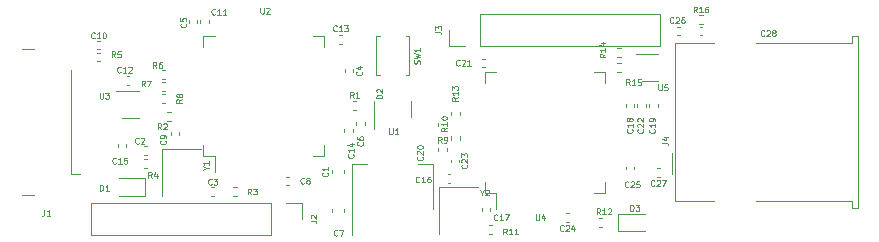
<source format=gbr>
G04 #@! TF.GenerationSoftware,KiCad,Pcbnew,5.1.6-c6e7f7d~87~ubuntu18.04.1*
G04 #@! TF.CreationDate,2021-03-10T22:13:46+06:00*
G04 #@! TF.ProjectId,USG_plus_LQFP,5553475f-706c-4757-935f-4c5146502e6b,rev?*
G04 #@! TF.SameCoordinates,Original*
G04 #@! TF.FileFunction,Legend,Top*
G04 #@! TF.FilePolarity,Positive*
%FSLAX46Y46*%
G04 Gerber Fmt 4.6, Leading zero omitted, Abs format (unit mm)*
G04 Created by KiCad (PCBNEW 5.1.6-c6e7f7d~87~ubuntu18.04.1) date 2021-03-10 22:13:46*
%MOMM*%
%LPD*%
G01*
G04 APERTURE LIST*
%ADD10C,0.120000*%
%ADD11C,0.100000*%
G04 APERTURE END LIST*
D10*
X116340000Y-142910000D02*
X116340000Y-144250000D01*
X115390000Y-142910000D02*
X116340000Y-142910000D01*
X115390000Y-141960000D02*
X115390000Y-142910000D01*
X115390000Y-132690000D02*
X116340000Y-132690000D01*
X115390000Y-133640000D02*
X115390000Y-132690000D01*
X125610000Y-142910000D02*
X124660000Y-142910000D01*
X125610000Y-141960000D02*
X125610000Y-142910000D01*
X125610000Y-132690000D02*
X124660000Y-132690000D01*
X125610000Y-133640000D02*
X125610000Y-132690000D01*
X126290000Y-144340580D02*
X126290000Y-144059420D01*
X127310000Y-144340580D02*
X127310000Y-144059420D01*
X127310000Y-147359420D02*
X127310000Y-147640580D01*
X126290000Y-147359420D02*
X126290000Y-147640580D01*
X108200000Y-146235000D02*
X110485000Y-146235000D01*
X110485000Y-146235000D02*
X110485000Y-144765000D01*
X110485000Y-144765000D02*
X108200000Y-144765000D01*
X132960000Y-138900000D02*
X132960000Y-138250000D01*
X132960000Y-138900000D02*
X132960000Y-139550000D01*
X129840000Y-138900000D02*
X129840000Y-138250000D01*
X129840000Y-138900000D02*
X129840000Y-140575000D01*
X150515000Y-149235000D02*
X152800000Y-149235000D01*
X150515000Y-147765000D02*
X150515000Y-149235000D01*
X152800000Y-147765000D02*
X150515000Y-147765000D01*
X104220000Y-144400000D02*
X104220000Y-135600000D01*
X101050000Y-146145000D02*
X100000000Y-146145000D01*
X101050000Y-133855000D02*
X100000000Y-133855000D01*
X104220000Y-144400000D02*
X104975000Y-144400000D01*
X123730000Y-146870000D02*
X123730000Y-148200000D01*
X122400000Y-146870000D02*
X123730000Y-146870000D01*
X121130000Y-146870000D02*
X121130000Y-149530000D01*
X121130000Y-149530000D02*
X105830000Y-149530000D01*
X121130000Y-146870000D02*
X105830000Y-146870000D01*
X105830000Y-146870000D02*
X105830000Y-149530000D01*
X154070000Y-133530000D02*
X154070000Y-130870000D01*
X138770000Y-133530000D02*
X154070000Y-133530000D01*
X138770000Y-130870000D02*
X154070000Y-130870000D01*
X138770000Y-133530000D02*
X138770000Y-130870000D01*
X137500000Y-133530000D02*
X136170000Y-133530000D01*
X136170000Y-133530000D02*
X136170000Y-132200000D01*
X170280000Y-146660000D02*
X162170000Y-146660000D01*
X170280000Y-146660000D02*
X170280000Y-147310000D01*
X155320000Y-146660000D02*
X155320000Y-133340000D01*
X155320000Y-146660000D02*
X158650000Y-146660000D01*
X155320000Y-133340000D02*
X158650000Y-133340000D01*
X170800000Y-132690000D02*
X170280000Y-132690000D01*
X170800000Y-147310000D02*
X170800000Y-132690000D01*
X162170000Y-133340000D02*
X170280000Y-133340000D01*
X170280000Y-147310000D02*
X170800000Y-147310000D01*
X170280000Y-132690000D02*
X170280000Y-133340000D01*
X155100000Y-144400000D02*
X155100000Y-142600000D01*
X132500000Y-136050000D02*
X132800000Y-136050000D01*
X132800000Y-136050000D02*
X132800000Y-132750000D01*
X132800000Y-132750000D02*
X132500000Y-132750000D01*
X130300000Y-136050000D02*
X130000000Y-136050000D01*
X130000000Y-136050000D02*
X130000000Y-132750000D01*
X130000000Y-132750000D02*
X130300000Y-132750000D01*
X134810000Y-143590000D02*
X133550000Y-143590000D01*
X127990000Y-143590000D02*
X129250000Y-143590000D01*
X134810000Y-147350000D02*
X134810000Y-143590000D01*
X127990000Y-149600000D02*
X127990000Y-143590000D01*
X109900000Y-137340000D02*
X108000000Y-137340000D01*
X108500000Y-139660000D02*
X109900000Y-139660000D01*
X149410000Y-136740000D02*
X149410000Y-135790000D01*
X149410000Y-135790000D02*
X148460000Y-135790000D01*
X149410000Y-145060000D02*
X149410000Y-146010000D01*
X149410000Y-146010000D02*
X148460000Y-146010000D01*
X139190000Y-136740000D02*
X139190000Y-135790000D01*
X139190000Y-135790000D02*
X140140000Y-135790000D01*
X139190000Y-145060000D02*
X139190000Y-146010000D01*
X139190000Y-146010000D02*
X140140000Y-146010000D01*
X140140000Y-146010000D02*
X140140000Y-147350000D01*
X152500000Y-136560000D02*
X153900000Y-136560000D01*
X153900000Y-134240000D02*
X152000000Y-134240000D01*
X111850000Y-142300000D02*
X111850000Y-146300000D01*
X115150000Y-142300000D02*
X111850000Y-142300000D01*
X138650000Y-145500000D02*
X135350000Y-145500000D01*
X135350000Y-145500000D02*
X135350000Y-149500000D01*
X110607836Y-142760000D02*
X110392164Y-142760000D01*
X110607836Y-142040000D02*
X110392164Y-142040000D01*
X116257836Y-145540000D02*
X116042164Y-145540000D01*
X116257836Y-146260000D02*
X116042164Y-146260000D01*
X127340000Y-135552164D02*
X127340000Y-135767836D01*
X128060000Y-135552164D02*
X128060000Y-135767836D01*
X114860000Y-131607836D02*
X114860000Y-131392164D01*
X114140000Y-131607836D02*
X114140000Y-131392164D01*
X129040000Y-140227836D02*
X129040000Y-140012164D01*
X128320000Y-140227836D02*
X128320000Y-140012164D01*
X122607836Y-144640000D02*
X122392164Y-144640000D01*
X122607836Y-145360000D02*
X122392164Y-145360000D01*
X112640000Y-141107836D02*
X112640000Y-140892164D01*
X113360000Y-141107836D02*
X113360000Y-140892164D01*
X106392164Y-133140000D02*
X106607836Y-133140000D01*
X106392164Y-133860000D02*
X106607836Y-133860000D01*
X115860000Y-131607836D02*
X115860000Y-131392164D01*
X115140000Y-131607836D02*
X115140000Y-131392164D01*
X109107836Y-136140000D02*
X108892164Y-136140000D01*
X109107836Y-136860000D02*
X108892164Y-136860000D01*
X126892164Y-132640000D02*
X127107836Y-132640000D01*
X126892164Y-133360000D02*
X127107836Y-133360000D01*
X127320000Y-140612164D02*
X127320000Y-140827836D01*
X128040000Y-140612164D02*
X128040000Y-140827836D01*
X108140000Y-142107836D02*
X108140000Y-141892164D01*
X108860000Y-142107836D02*
X108860000Y-141892164D01*
X136092164Y-144440000D02*
X136307836Y-144440000D01*
X136092164Y-145160000D02*
X136307836Y-145160000D01*
X138940000Y-147507836D02*
X138940000Y-147292164D01*
X139660000Y-147507836D02*
X139660000Y-147292164D01*
X151140000Y-138492164D02*
X151140000Y-138707836D01*
X151860000Y-138492164D02*
X151860000Y-138707836D01*
X153140000Y-138492164D02*
X153140000Y-138707836D01*
X153860000Y-138492164D02*
X153860000Y-138707836D01*
X136000000Y-142417836D02*
X136000000Y-142202164D01*
X135280000Y-142417836D02*
X135280000Y-142202164D01*
X139207836Y-135360000D02*
X138992164Y-135360000D01*
X139207836Y-134640000D02*
X138992164Y-134640000D01*
X152140000Y-138492164D02*
X152140000Y-138707836D01*
X152860000Y-138492164D02*
X152860000Y-138707836D01*
X136340000Y-143407836D02*
X136340000Y-143192164D01*
X137060000Y-143407836D02*
X137060000Y-143192164D01*
X146307836Y-147740000D02*
X146092164Y-147740000D01*
X146307836Y-148460000D02*
X146092164Y-148460000D01*
X151860000Y-143792164D02*
X151860000Y-144007836D01*
X151140000Y-143792164D02*
X151140000Y-144007836D01*
X155492164Y-131940000D02*
X155707836Y-131940000D01*
X155492164Y-132660000D02*
X155707836Y-132660000D01*
X154007836Y-144660000D02*
X153792164Y-144660000D01*
X154007836Y-143940000D02*
X153792164Y-143940000D01*
X157607836Y-132660000D02*
X157392164Y-132660000D01*
X157607836Y-131940000D02*
X157392164Y-131940000D01*
X128333641Y-138240000D02*
X128026359Y-138240000D01*
X128333641Y-139000000D02*
X128026359Y-139000000D01*
X112643641Y-139120000D02*
X112336359Y-139120000D01*
X112643641Y-139880000D02*
X112336359Y-139880000D01*
X118193641Y-145530000D02*
X117886359Y-145530000D01*
X118193641Y-146290000D02*
X117886359Y-146290000D01*
X110653641Y-143880000D02*
X110346359Y-143880000D01*
X110653641Y-143120000D02*
X110346359Y-143120000D01*
X106653641Y-134880000D02*
X106346359Y-134880000D01*
X106653641Y-134120000D02*
X106346359Y-134120000D01*
X111846359Y-135620000D02*
X112153641Y-135620000D01*
X111846359Y-136380000D02*
X112153641Y-136380000D01*
X112153641Y-136620000D02*
X111846359Y-136620000D01*
X112153641Y-137380000D02*
X111846359Y-137380000D01*
X112153641Y-138380000D02*
X111846359Y-138380000D01*
X112153641Y-137620000D02*
X111846359Y-137620000D01*
X136020000Y-140373641D02*
X136020000Y-140066359D01*
X135260000Y-140373641D02*
X135260000Y-140066359D01*
X137080000Y-141503641D02*
X137080000Y-141196359D01*
X136320000Y-141503641D02*
X136320000Y-141196359D01*
X139853641Y-148720000D02*
X139546359Y-148720000D01*
X139853641Y-149480000D02*
X139546359Y-149480000D01*
X148846359Y-148120000D02*
X149153641Y-148120000D01*
X148846359Y-148880000D02*
X149153641Y-148880000D01*
X136320000Y-139146359D02*
X136320000Y-139453641D01*
X137080000Y-139146359D02*
X137080000Y-139453641D01*
X150753641Y-133730000D02*
X150446359Y-133730000D01*
X150753641Y-134490000D02*
X150446359Y-134490000D01*
X150753641Y-135750000D02*
X150446359Y-135750000D01*
X150753641Y-134990000D02*
X150446359Y-134990000D01*
X157346359Y-130920000D02*
X157653641Y-130920000D01*
X157346359Y-131680000D02*
X157653641Y-131680000D01*
D11*
X120219047Y-130326190D02*
X120219047Y-130730952D01*
X120242857Y-130778571D01*
X120266666Y-130802380D01*
X120314285Y-130826190D01*
X120409523Y-130826190D01*
X120457142Y-130802380D01*
X120480952Y-130778571D01*
X120504761Y-130730952D01*
X120504761Y-130326190D01*
X120719047Y-130373809D02*
X120742857Y-130350000D01*
X120790476Y-130326190D01*
X120909523Y-130326190D01*
X120957142Y-130350000D01*
X120980952Y-130373809D01*
X121004761Y-130421428D01*
X121004761Y-130469047D01*
X120980952Y-130540476D01*
X120695238Y-130826190D01*
X121004761Y-130826190D01*
X125878571Y-144283333D02*
X125902380Y-144307142D01*
X125926190Y-144378571D01*
X125926190Y-144426190D01*
X125902380Y-144497619D01*
X125854761Y-144545238D01*
X125807142Y-144569047D01*
X125711904Y-144592857D01*
X125640476Y-144592857D01*
X125545238Y-144569047D01*
X125497619Y-144545238D01*
X125450000Y-144497619D01*
X125426190Y-144426190D01*
X125426190Y-144378571D01*
X125450000Y-144307142D01*
X125473809Y-144283333D01*
X125926190Y-143807142D02*
X125926190Y-144092857D01*
X125926190Y-143950000D02*
X125426190Y-143950000D01*
X125497619Y-143997619D01*
X125545238Y-144045238D01*
X125569047Y-144092857D01*
X126716666Y-149578571D02*
X126692857Y-149602380D01*
X126621428Y-149626190D01*
X126573809Y-149626190D01*
X126502380Y-149602380D01*
X126454761Y-149554761D01*
X126430952Y-149507142D01*
X126407142Y-149411904D01*
X126407142Y-149340476D01*
X126430952Y-149245238D01*
X126454761Y-149197619D01*
X126502380Y-149150000D01*
X126573809Y-149126190D01*
X126621428Y-149126190D01*
X126692857Y-149150000D01*
X126716666Y-149173809D01*
X126883333Y-149126190D02*
X127216666Y-149126190D01*
X127002380Y-149626190D01*
X106630952Y-145826190D02*
X106630952Y-145326190D01*
X106750000Y-145326190D01*
X106821428Y-145350000D01*
X106869047Y-145397619D01*
X106892857Y-145445238D01*
X106916666Y-145540476D01*
X106916666Y-145611904D01*
X106892857Y-145707142D01*
X106869047Y-145754761D01*
X106821428Y-145802380D01*
X106750000Y-145826190D01*
X106630952Y-145826190D01*
X107392857Y-145826190D02*
X107107142Y-145826190D01*
X107250000Y-145826190D02*
X107250000Y-145326190D01*
X107202380Y-145397619D01*
X107154761Y-145445238D01*
X107107142Y-145469047D01*
X130526190Y-137969047D02*
X130026190Y-137969047D01*
X130026190Y-137850000D01*
X130050000Y-137778571D01*
X130097619Y-137730952D01*
X130145238Y-137707142D01*
X130240476Y-137683333D01*
X130311904Y-137683333D01*
X130407142Y-137707142D01*
X130454761Y-137730952D01*
X130502380Y-137778571D01*
X130526190Y-137850000D01*
X130526190Y-137969047D01*
X130073809Y-137492857D02*
X130050000Y-137469047D01*
X130026190Y-137421428D01*
X130026190Y-137302380D01*
X130050000Y-137254761D01*
X130073809Y-137230952D01*
X130121428Y-137207142D01*
X130169047Y-137207142D01*
X130240476Y-137230952D01*
X130526190Y-137516666D01*
X130526190Y-137207142D01*
X151530952Y-147526190D02*
X151530952Y-147026190D01*
X151650000Y-147026190D01*
X151721428Y-147050000D01*
X151769047Y-147097619D01*
X151792857Y-147145238D01*
X151816666Y-147240476D01*
X151816666Y-147311904D01*
X151792857Y-147407142D01*
X151769047Y-147454761D01*
X151721428Y-147502380D01*
X151650000Y-147526190D01*
X151530952Y-147526190D01*
X151983333Y-147026190D02*
X152292857Y-147026190D01*
X152126190Y-147216666D01*
X152197619Y-147216666D01*
X152245238Y-147240476D01*
X152269047Y-147264285D01*
X152292857Y-147311904D01*
X152292857Y-147430952D01*
X152269047Y-147478571D01*
X152245238Y-147502380D01*
X152197619Y-147526190D01*
X152054761Y-147526190D01*
X152007142Y-147502380D01*
X151983333Y-147478571D01*
X101933333Y-147426190D02*
X101933333Y-147783333D01*
X101909523Y-147854761D01*
X101861904Y-147902380D01*
X101790476Y-147926190D01*
X101742857Y-147926190D01*
X102433333Y-147926190D02*
X102147619Y-147926190D01*
X102290476Y-147926190D02*
X102290476Y-147426190D01*
X102242857Y-147497619D01*
X102195238Y-147545238D01*
X102147619Y-147569047D01*
X124456190Y-148366666D02*
X124813333Y-148366666D01*
X124884761Y-148390476D01*
X124932380Y-148438095D01*
X124956190Y-148509523D01*
X124956190Y-148557142D01*
X124503809Y-148152380D02*
X124480000Y-148128571D01*
X124456190Y-148080952D01*
X124456190Y-147961904D01*
X124480000Y-147914285D01*
X124503809Y-147890476D01*
X124551428Y-147866666D01*
X124599047Y-147866666D01*
X124670476Y-147890476D01*
X124956190Y-148176190D01*
X124956190Y-147866666D01*
X135026190Y-132366666D02*
X135383333Y-132366666D01*
X135454761Y-132390476D01*
X135502380Y-132438095D01*
X135526190Y-132509523D01*
X135526190Y-132557142D01*
X135026190Y-132176190D02*
X135026190Y-131866666D01*
X135216666Y-132033333D01*
X135216666Y-131961904D01*
X135240476Y-131914285D01*
X135264285Y-131890476D01*
X135311904Y-131866666D01*
X135430952Y-131866666D01*
X135478571Y-131890476D01*
X135502380Y-131914285D01*
X135526190Y-131961904D01*
X135526190Y-132104761D01*
X135502380Y-132152380D01*
X135478571Y-132176190D01*
X154226190Y-141766666D02*
X154583333Y-141766666D01*
X154654761Y-141790476D01*
X154702380Y-141838095D01*
X154726190Y-141909523D01*
X154726190Y-141957142D01*
X154392857Y-141314285D02*
X154726190Y-141314285D01*
X154202380Y-141433333D02*
X154559523Y-141552380D01*
X154559523Y-141242857D01*
X133702380Y-135066666D02*
X133726190Y-134995238D01*
X133726190Y-134876190D01*
X133702380Y-134828571D01*
X133678571Y-134804761D01*
X133630952Y-134780952D01*
X133583333Y-134780952D01*
X133535714Y-134804761D01*
X133511904Y-134828571D01*
X133488095Y-134876190D01*
X133464285Y-134971428D01*
X133440476Y-135019047D01*
X133416666Y-135042857D01*
X133369047Y-135066666D01*
X133321428Y-135066666D01*
X133273809Y-135042857D01*
X133250000Y-135019047D01*
X133226190Y-134971428D01*
X133226190Y-134852380D01*
X133250000Y-134780952D01*
X133226190Y-134614285D02*
X133726190Y-134495238D01*
X133369047Y-134400000D01*
X133726190Y-134304761D01*
X133226190Y-134185714D01*
X133726190Y-133733333D02*
X133726190Y-134019047D01*
X133726190Y-133876190D02*
X133226190Y-133876190D01*
X133297619Y-133923809D01*
X133345238Y-133971428D01*
X133369047Y-134019047D01*
X131119047Y-140526190D02*
X131119047Y-140930952D01*
X131142857Y-140978571D01*
X131166666Y-141002380D01*
X131214285Y-141026190D01*
X131309523Y-141026190D01*
X131357142Y-141002380D01*
X131380952Y-140978571D01*
X131404761Y-140930952D01*
X131404761Y-140526190D01*
X131904761Y-141026190D02*
X131619047Y-141026190D01*
X131761904Y-141026190D02*
X131761904Y-140526190D01*
X131714285Y-140597619D01*
X131666666Y-140645238D01*
X131619047Y-140669047D01*
X106619047Y-137526190D02*
X106619047Y-137930952D01*
X106642857Y-137978571D01*
X106666666Y-138002380D01*
X106714285Y-138026190D01*
X106809523Y-138026190D01*
X106857142Y-138002380D01*
X106880952Y-137978571D01*
X106904761Y-137930952D01*
X106904761Y-137526190D01*
X107095238Y-137526190D02*
X107404761Y-137526190D01*
X107238095Y-137716666D01*
X107309523Y-137716666D01*
X107357142Y-137740476D01*
X107380952Y-137764285D01*
X107404761Y-137811904D01*
X107404761Y-137930952D01*
X107380952Y-137978571D01*
X107357142Y-138002380D01*
X107309523Y-138026190D01*
X107166666Y-138026190D01*
X107119047Y-138002380D01*
X107095238Y-137978571D01*
X143519047Y-147826190D02*
X143519047Y-148230952D01*
X143542857Y-148278571D01*
X143566666Y-148302380D01*
X143614285Y-148326190D01*
X143709523Y-148326190D01*
X143757142Y-148302380D01*
X143780952Y-148278571D01*
X143804761Y-148230952D01*
X143804761Y-147826190D01*
X144257142Y-147992857D02*
X144257142Y-148326190D01*
X144138095Y-147802380D02*
X144019047Y-148159523D01*
X144328571Y-148159523D01*
X153919047Y-136826190D02*
X153919047Y-137230952D01*
X153942857Y-137278571D01*
X153966666Y-137302380D01*
X154014285Y-137326190D01*
X154109523Y-137326190D01*
X154157142Y-137302380D01*
X154180952Y-137278571D01*
X154204761Y-137230952D01*
X154204761Y-136826190D01*
X154680952Y-136826190D02*
X154442857Y-136826190D01*
X154419047Y-137064285D01*
X154442857Y-137040476D01*
X154490476Y-137016666D01*
X154609523Y-137016666D01*
X154657142Y-137040476D01*
X154680952Y-137064285D01*
X154704761Y-137111904D01*
X154704761Y-137230952D01*
X154680952Y-137278571D01*
X154657142Y-137302380D01*
X154609523Y-137326190D01*
X154490476Y-137326190D01*
X154442857Y-137302380D01*
X154419047Y-137278571D01*
X115588095Y-143938095D02*
X115826190Y-143938095D01*
X115326190Y-144104761D02*
X115588095Y-143938095D01*
X115326190Y-143771428D01*
X115826190Y-143342857D02*
X115826190Y-143628571D01*
X115826190Y-143485714D02*
X115326190Y-143485714D01*
X115397619Y-143533333D01*
X115445238Y-143580952D01*
X115469047Y-143628571D01*
X138961904Y-145988095D02*
X138961904Y-146226190D01*
X138795238Y-145726190D02*
X138961904Y-145988095D01*
X139128571Y-145726190D01*
X139271428Y-145773809D02*
X139295238Y-145750000D01*
X139342857Y-145726190D01*
X139461904Y-145726190D01*
X139509523Y-145750000D01*
X139533333Y-145773809D01*
X139557142Y-145821428D01*
X139557142Y-145869047D01*
X139533333Y-145940476D01*
X139247619Y-146226190D01*
X139557142Y-146226190D01*
X109916666Y-141778571D02*
X109892857Y-141802380D01*
X109821428Y-141826190D01*
X109773809Y-141826190D01*
X109702380Y-141802380D01*
X109654761Y-141754761D01*
X109630952Y-141707142D01*
X109607142Y-141611904D01*
X109607142Y-141540476D01*
X109630952Y-141445238D01*
X109654761Y-141397619D01*
X109702380Y-141350000D01*
X109773809Y-141326190D01*
X109821428Y-141326190D01*
X109892857Y-141350000D01*
X109916666Y-141373809D01*
X110107142Y-141373809D02*
X110130952Y-141350000D01*
X110178571Y-141326190D01*
X110297619Y-141326190D01*
X110345238Y-141350000D01*
X110369047Y-141373809D01*
X110392857Y-141421428D01*
X110392857Y-141469047D01*
X110369047Y-141540476D01*
X110083333Y-141826190D01*
X110392857Y-141826190D01*
X116086666Y-145268571D02*
X116062857Y-145292380D01*
X115991428Y-145316190D01*
X115943809Y-145316190D01*
X115872380Y-145292380D01*
X115824761Y-145244761D01*
X115800952Y-145197142D01*
X115777142Y-145101904D01*
X115777142Y-145030476D01*
X115800952Y-144935238D01*
X115824761Y-144887619D01*
X115872380Y-144840000D01*
X115943809Y-144816190D01*
X115991428Y-144816190D01*
X116062857Y-144840000D01*
X116086666Y-144863809D01*
X116253333Y-144816190D02*
X116562857Y-144816190D01*
X116396190Y-145006666D01*
X116467619Y-145006666D01*
X116515238Y-145030476D01*
X116539047Y-145054285D01*
X116562857Y-145101904D01*
X116562857Y-145220952D01*
X116539047Y-145268571D01*
X116515238Y-145292380D01*
X116467619Y-145316190D01*
X116324761Y-145316190D01*
X116277142Y-145292380D01*
X116253333Y-145268571D01*
X128778571Y-135743333D02*
X128802380Y-135767142D01*
X128826190Y-135838571D01*
X128826190Y-135886190D01*
X128802380Y-135957619D01*
X128754761Y-136005238D01*
X128707142Y-136029047D01*
X128611904Y-136052857D01*
X128540476Y-136052857D01*
X128445238Y-136029047D01*
X128397619Y-136005238D01*
X128350000Y-135957619D01*
X128326190Y-135886190D01*
X128326190Y-135838571D01*
X128350000Y-135767142D01*
X128373809Y-135743333D01*
X128492857Y-135314761D02*
X128826190Y-135314761D01*
X128302380Y-135433809D02*
X128659523Y-135552857D01*
X128659523Y-135243333D01*
X113878571Y-131683333D02*
X113902380Y-131707142D01*
X113926190Y-131778571D01*
X113926190Y-131826190D01*
X113902380Y-131897619D01*
X113854761Y-131945238D01*
X113807142Y-131969047D01*
X113711904Y-131992857D01*
X113640476Y-131992857D01*
X113545238Y-131969047D01*
X113497619Y-131945238D01*
X113450000Y-131897619D01*
X113426190Y-131826190D01*
X113426190Y-131778571D01*
X113450000Y-131707142D01*
X113473809Y-131683333D01*
X113426190Y-131230952D02*
X113426190Y-131469047D01*
X113664285Y-131492857D01*
X113640476Y-131469047D01*
X113616666Y-131421428D01*
X113616666Y-131302380D01*
X113640476Y-131254761D01*
X113664285Y-131230952D01*
X113711904Y-131207142D01*
X113830952Y-131207142D01*
X113878571Y-131230952D01*
X113902380Y-131254761D01*
X113926190Y-131302380D01*
X113926190Y-131421428D01*
X113902380Y-131469047D01*
X113878571Y-131492857D01*
X128858571Y-141703333D02*
X128882380Y-141727142D01*
X128906190Y-141798571D01*
X128906190Y-141846190D01*
X128882380Y-141917619D01*
X128834761Y-141965238D01*
X128787142Y-141989047D01*
X128691904Y-142012857D01*
X128620476Y-142012857D01*
X128525238Y-141989047D01*
X128477619Y-141965238D01*
X128430000Y-141917619D01*
X128406190Y-141846190D01*
X128406190Y-141798571D01*
X128430000Y-141727142D01*
X128453809Y-141703333D01*
X128406190Y-141274761D02*
X128406190Y-141370000D01*
X128430000Y-141417619D01*
X128453809Y-141441428D01*
X128525238Y-141489047D01*
X128620476Y-141512857D01*
X128810952Y-141512857D01*
X128858571Y-141489047D01*
X128882380Y-141465238D01*
X128906190Y-141417619D01*
X128906190Y-141322380D01*
X128882380Y-141274761D01*
X128858571Y-141250952D01*
X128810952Y-141227142D01*
X128691904Y-141227142D01*
X128644285Y-141250952D01*
X128620476Y-141274761D01*
X128596666Y-141322380D01*
X128596666Y-141417619D01*
X128620476Y-141465238D01*
X128644285Y-141489047D01*
X128691904Y-141512857D01*
X123916666Y-145178571D02*
X123892857Y-145202380D01*
X123821428Y-145226190D01*
X123773809Y-145226190D01*
X123702380Y-145202380D01*
X123654761Y-145154761D01*
X123630952Y-145107142D01*
X123607142Y-145011904D01*
X123607142Y-144940476D01*
X123630952Y-144845238D01*
X123654761Y-144797619D01*
X123702380Y-144750000D01*
X123773809Y-144726190D01*
X123821428Y-144726190D01*
X123892857Y-144750000D01*
X123916666Y-144773809D01*
X124202380Y-144940476D02*
X124154761Y-144916666D01*
X124130952Y-144892857D01*
X124107142Y-144845238D01*
X124107142Y-144821428D01*
X124130952Y-144773809D01*
X124154761Y-144750000D01*
X124202380Y-144726190D01*
X124297619Y-144726190D01*
X124345238Y-144750000D01*
X124369047Y-144773809D01*
X124392857Y-144821428D01*
X124392857Y-144845238D01*
X124369047Y-144892857D01*
X124345238Y-144916666D01*
X124297619Y-144940476D01*
X124202380Y-144940476D01*
X124154761Y-144964285D01*
X124130952Y-144988095D01*
X124107142Y-145035714D01*
X124107142Y-145130952D01*
X124130952Y-145178571D01*
X124154761Y-145202380D01*
X124202380Y-145226190D01*
X124297619Y-145226190D01*
X124345238Y-145202380D01*
X124369047Y-145178571D01*
X124392857Y-145130952D01*
X124392857Y-145035714D01*
X124369047Y-144988095D01*
X124345238Y-144964285D01*
X124297619Y-144940476D01*
X112178571Y-141583333D02*
X112202380Y-141607142D01*
X112226190Y-141678571D01*
X112226190Y-141726190D01*
X112202380Y-141797619D01*
X112154761Y-141845238D01*
X112107142Y-141869047D01*
X112011904Y-141892857D01*
X111940476Y-141892857D01*
X111845238Y-141869047D01*
X111797619Y-141845238D01*
X111750000Y-141797619D01*
X111726190Y-141726190D01*
X111726190Y-141678571D01*
X111750000Y-141607142D01*
X111773809Y-141583333D01*
X112226190Y-141345238D02*
X112226190Y-141250000D01*
X112202380Y-141202380D01*
X112178571Y-141178571D01*
X112107142Y-141130952D01*
X112011904Y-141107142D01*
X111821428Y-141107142D01*
X111773809Y-141130952D01*
X111750000Y-141154761D01*
X111726190Y-141202380D01*
X111726190Y-141297619D01*
X111750000Y-141345238D01*
X111773809Y-141369047D01*
X111821428Y-141392857D01*
X111940476Y-141392857D01*
X111988095Y-141369047D01*
X112011904Y-141345238D01*
X112035714Y-141297619D01*
X112035714Y-141202380D01*
X112011904Y-141154761D01*
X111988095Y-141130952D01*
X111940476Y-141107142D01*
X106178571Y-132878571D02*
X106154761Y-132902380D01*
X106083333Y-132926190D01*
X106035714Y-132926190D01*
X105964285Y-132902380D01*
X105916666Y-132854761D01*
X105892857Y-132807142D01*
X105869047Y-132711904D01*
X105869047Y-132640476D01*
X105892857Y-132545238D01*
X105916666Y-132497619D01*
X105964285Y-132450000D01*
X106035714Y-132426190D01*
X106083333Y-132426190D01*
X106154761Y-132450000D01*
X106178571Y-132473809D01*
X106654761Y-132926190D02*
X106369047Y-132926190D01*
X106511904Y-132926190D02*
X106511904Y-132426190D01*
X106464285Y-132497619D01*
X106416666Y-132545238D01*
X106369047Y-132569047D01*
X106964285Y-132426190D02*
X107011904Y-132426190D01*
X107059523Y-132450000D01*
X107083333Y-132473809D01*
X107107142Y-132521428D01*
X107130952Y-132616666D01*
X107130952Y-132735714D01*
X107107142Y-132830952D01*
X107083333Y-132878571D01*
X107059523Y-132902380D01*
X107011904Y-132926190D01*
X106964285Y-132926190D01*
X106916666Y-132902380D01*
X106892857Y-132878571D01*
X106869047Y-132830952D01*
X106845238Y-132735714D01*
X106845238Y-132616666D01*
X106869047Y-132521428D01*
X106892857Y-132473809D01*
X106916666Y-132450000D01*
X106964285Y-132426190D01*
X116378571Y-130878571D02*
X116354761Y-130902380D01*
X116283333Y-130926190D01*
X116235714Y-130926190D01*
X116164285Y-130902380D01*
X116116666Y-130854761D01*
X116092857Y-130807142D01*
X116069047Y-130711904D01*
X116069047Y-130640476D01*
X116092857Y-130545238D01*
X116116666Y-130497619D01*
X116164285Y-130450000D01*
X116235714Y-130426190D01*
X116283333Y-130426190D01*
X116354761Y-130450000D01*
X116378571Y-130473809D01*
X116854761Y-130926190D02*
X116569047Y-130926190D01*
X116711904Y-130926190D02*
X116711904Y-130426190D01*
X116664285Y-130497619D01*
X116616666Y-130545238D01*
X116569047Y-130569047D01*
X117330952Y-130926190D02*
X117045238Y-130926190D01*
X117188095Y-130926190D02*
X117188095Y-130426190D01*
X117140476Y-130497619D01*
X117092857Y-130545238D01*
X117045238Y-130569047D01*
X108378571Y-135778571D02*
X108354761Y-135802380D01*
X108283333Y-135826190D01*
X108235714Y-135826190D01*
X108164285Y-135802380D01*
X108116666Y-135754761D01*
X108092857Y-135707142D01*
X108069047Y-135611904D01*
X108069047Y-135540476D01*
X108092857Y-135445238D01*
X108116666Y-135397619D01*
X108164285Y-135350000D01*
X108235714Y-135326190D01*
X108283333Y-135326190D01*
X108354761Y-135350000D01*
X108378571Y-135373809D01*
X108854761Y-135826190D02*
X108569047Y-135826190D01*
X108711904Y-135826190D02*
X108711904Y-135326190D01*
X108664285Y-135397619D01*
X108616666Y-135445238D01*
X108569047Y-135469047D01*
X109045238Y-135373809D02*
X109069047Y-135350000D01*
X109116666Y-135326190D01*
X109235714Y-135326190D01*
X109283333Y-135350000D01*
X109307142Y-135373809D01*
X109330952Y-135421428D01*
X109330952Y-135469047D01*
X109307142Y-135540476D01*
X109021428Y-135826190D01*
X109330952Y-135826190D01*
X126678571Y-132278571D02*
X126654761Y-132302380D01*
X126583333Y-132326190D01*
X126535714Y-132326190D01*
X126464285Y-132302380D01*
X126416666Y-132254761D01*
X126392857Y-132207142D01*
X126369047Y-132111904D01*
X126369047Y-132040476D01*
X126392857Y-131945238D01*
X126416666Y-131897619D01*
X126464285Y-131850000D01*
X126535714Y-131826190D01*
X126583333Y-131826190D01*
X126654761Y-131850000D01*
X126678571Y-131873809D01*
X127154761Y-132326190D02*
X126869047Y-132326190D01*
X127011904Y-132326190D02*
X127011904Y-131826190D01*
X126964285Y-131897619D01*
X126916666Y-131945238D01*
X126869047Y-131969047D01*
X127321428Y-131826190D02*
X127630952Y-131826190D01*
X127464285Y-132016666D01*
X127535714Y-132016666D01*
X127583333Y-132040476D01*
X127607142Y-132064285D01*
X127630952Y-132111904D01*
X127630952Y-132230952D01*
X127607142Y-132278571D01*
X127583333Y-132302380D01*
X127535714Y-132326190D01*
X127392857Y-132326190D01*
X127345238Y-132302380D01*
X127321428Y-132278571D01*
X128058571Y-142741428D02*
X128082380Y-142765238D01*
X128106190Y-142836666D01*
X128106190Y-142884285D01*
X128082380Y-142955714D01*
X128034761Y-143003333D01*
X127987142Y-143027142D01*
X127891904Y-143050952D01*
X127820476Y-143050952D01*
X127725238Y-143027142D01*
X127677619Y-143003333D01*
X127630000Y-142955714D01*
X127606190Y-142884285D01*
X127606190Y-142836666D01*
X127630000Y-142765238D01*
X127653809Y-142741428D01*
X128106190Y-142265238D02*
X128106190Y-142550952D01*
X128106190Y-142408095D02*
X127606190Y-142408095D01*
X127677619Y-142455714D01*
X127725238Y-142503333D01*
X127749047Y-142550952D01*
X127772857Y-141836666D02*
X128106190Y-141836666D01*
X127582380Y-141955714D02*
X127939523Y-142074761D01*
X127939523Y-141765238D01*
X107978571Y-143478571D02*
X107954761Y-143502380D01*
X107883333Y-143526190D01*
X107835714Y-143526190D01*
X107764285Y-143502380D01*
X107716666Y-143454761D01*
X107692857Y-143407142D01*
X107669047Y-143311904D01*
X107669047Y-143240476D01*
X107692857Y-143145238D01*
X107716666Y-143097619D01*
X107764285Y-143050000D01*
X107835714Y-143026190D01*
X107883333Y-143026190D01*
X107954761Y-143050000D01*
X107978571Y-143073809D01*
X108454761Y-143526190D02*
X108169047Y-143526190D01*
X108311904Y-143526190D02*
X108311904Y-143026190D01*
X108264285Y-143097619D01*
X108216666Y-143145238D01*
X108169047Y-143169047D01*
X108907142Y-143026190D02*
X108669047Y-143026190D01*
X108645238Y-143264285D01*
X108669047Y-143240476D01*
X108716666Y-143216666D01*
X108835714Y-143216666D01*
X108883333Y-143240476D01*
X108907142Y-143264285D01*
X108930952Y-143311904D01*
X108930952Y-143430952D01*
X108907142Y-143478571D01*
X108883333Y-143502380D01*
X108835714Y-143526190D01*
X108716666Y-143526190D01*
X108669047Y-143502380D01*
X108645238Y-143478571D01*
X133678571Y-145078571D02*
X133654761Y-145102380D01*
X133583333Y-145126190D01*
X133535714Y-145126190D01*
X133464285Y-145102380D01*
X133416666Y-145054761D01*
X133392857Y-145007142D01*
X133369047Y-144911904D01*
X133369047Y-144840476D01*
X133392857Y-144745238D01*
X133416666Y-144697619D01*
X133464285Y-144650000D01*
X133535714Y-144626190D01*
X133583333Y-144626190D01*
X133654761Y-144650000D01*
X133678571Y-144673809D01*
X134154761Y-145126190D02*
X133869047Y-145126190D01*
X134011904Y-145126190D02*
X134011904Y-144626190D01*
X133964285Y-144697619D01*
X133916666Y-144745238D01*
X133869047Y-144769047D01*
X134583333Y-144626190D02*
X134488095Y-144626190D01*
X134440476Y-144650000D01*
X134416666Y-144673809D01*
X134369047Y-144745238D01*
X134345238Y-144840476D01*
X134345238Y-145030952D01*
X134369047Y-145078571D01*
X134392857Y-145102380D01*
X134440476Y-145126190D01*
X134535714Y-145126190D01*
X134583333Y-145102380D01*
X134607142Y-145078571D01*
X134630952Y-145030952D01*
X134630952Y-144911904D01*
X134607142Y-144864285D01*
X134583333Y-144840476D01*
X134535714Y-144816666D01*
X134440476Y-144816666D01*
X134392857Y-144840476D01*
X134369047Y-144864285D01*
X134345238Y-144911904D01*
X140278571Y-148278571D02*
X140254761Y-148302380D01*
X140183333Y-148326190D01*
X140135714Y-148326190D01*
X140064285Y-148302380D01*
X140016666Y-148254761D01*
X139992857Y-148207142D01*
X139969047Y-148111904D01*
X139969047Y-148040476D01*
X139992857Y-147945238D01*
X140016666Y-147897619D01*
X140064285Y-147850000D01*
X140135714Y-147826190D01*
X140183333Y-147826190D01*
X140254761Y-147850000D01*
X140278571Y-147873809D01*
X140754761Y-148326190D02*
X140469047Y-148326190D01*
X140611904Y-148326190D02*
X140611904Y-147826190D01*
X140564285Y-147897619D01*
X140516666Y-147945238D01*
X140469047Y-147969047D01*
X140921428Y-147826190D02*
X141254761Y-147826190D01*
X141040476Y-148326190D01*
X151678571Y-140621428D02*
X151702380Y-140645238D01*
X151726190Y-140716666D01*
X151726190Y-140764285D01*
X151702380Y-140835714D01*
X151654761Y-140883333D01*
X151607142Y-140907142D01*
X151511904Y-140930952D01*
X151440476Y-140930952D01*
X151345238Y-140907142D01*
X151297619Y-140883333D01*
X151250000Y-140835714D01*
X151226190Y-140764285D01*
X151226190Y-140716666D01*
X151250000Y-140645238D01*
X151273809Y-140621428D01*
X151726190Y-140145238D02*
X151726190Y-140430952D01*
X151726190Y-140288095D02*
X151226190Y-140288095D01*
X151297619Y-140335714D01*
X151345238Y-140383333D01*
X151369047Y-140430952D01*
X151440476Y-139859523D02*
X151416666Y-139907142D01*
X151392857Y-139930952D01*
X151345238Y-139954761D01*
X151321428Y-139954761D01*
X151273809Y-139930952D01*
X151250000Y-139907142D01*
X151226190Y-139859523D01*
X151226190Y-139764285D01*
X151250000Y-139716666D01*
X151273809Y-139692857D01*
X151321428Y-139669047D01*
X151345238Y-139669047D01*
X151392857Y-139692857D01*
X151416666Y-139716666D01*
X151440476Y-139764285D01*
X151440476Y-139859523D01*
X151464285Y-139907142D01*
X151488095Y-139930952D01*
X151535714Y-139954761D01*
X151630952Y-139954761D01*
X151678571Y-139930952D01*
X151702380Y-139907142D01*
X151726190Y-139859523D01*
X151726190Y-139764285D01*
X151702380Y-139716666D01*
X151678571Y-139692857D01*
X151630952Y-139669047D01*
X151535714Y-139669047D01*
X151488095Y-139692857D01*
X151464285Y-139716666D01*
X151440476Y-139764285D01*
X153578571Y-140621428D02*
X153602380Y-140645238D01*
X153626190Y-140716666D01*
X153626190Y-140764285D01*
X153602380Y-140835714D01*
X153554761Y-140883333D01*
X153507142Y-140907142D01*
X153411904Y-140930952D01*
X153340476Y-140930952D01*
X153245238Y-140907142D01*
X153197619Y-140883333D01*
X153150000Y-140835714D01*
X153126190Y-140764285D01*
X153126190Y-140716666D01*
X153150000Y-140645238D01*
X153173809Y-140621428D01*
X153626190Y-140145238D02*
X153626190Y-140430952D01*
X153626190Y-140288095D02*
X153126190Y-140288095D01*
X153197619Y-140335714D01*
X153245238Y-140383333D01*
X153269047Y-140430952D01*
X153626190Y-139907142D02*
X153626190Y-139811904D01*
X153602380Y-139764285D01*
X153578571Y-139740476D01*
X153507142Y-139692857D01*
X153411904Y-139669047D01*
X153221428Y-139669047D01*
X153173809Y-139692857D01*
X153150000Y-139716666D01*
X153126190Y-139764285D01*
X153126190Y-139859523D01*
X153150000Y-139907142D01*
X153173809Y-139930952D01*
X153221428Y-139954761D01*
X153340476Y-139954761D01*
X153388095Y-139930952D01*
X153411904Y-139907142D01*
X153435714Y-139859523D01*
X153435714Y-139764285D01*
X153411904Y-139716666D01*
X153388095Y-139692857D01*
X153340476Y-139669047D01*
X133918571Y-142931428D02*
X133942380Y-142955238D01*
X133966190Y-143026666D01*
X133966190Y-143074285D01*
X133942380Y-143145714D01*
X133894761Y-143193333D01*
X133847142Y-143217142D01*
X133751904Y-143240952D01*
X133680476Y-143240952D01*
X133585238Y-143217142D01*
X133537619Y-143193333D01*
X133490000Y-143145714D01*
X133466190Y-143074285D01*
X133466190Y-143026666D01*
X133490000Y-142955238D01*
X133513809Y-142931428D01*
X133513809Y-142740952D02*
X133490000Y-142717142D01*
X133466190Y-142669523D01*
X133466190Y-142550476D01*
X133490000Y-142502857D01*
X133513809Y-142479047D01*
X133561428Y-142455238D01*
X133609047Y-142455238D01*
X133680476Y-142479047D01*
X133966190Y-142764761D01*
X133966190Y-142455238D01*
X133466190Y-142145714D02*
X133466190Y-142098095D01*
X133490000Y-142050476D01*
X133513809Y-142026666D01*
X133561428Y-142002857D01*
X133656666Y-141979047D01*
X133775714Y-141979047D01*
X133870952Y-142002857D01*
X133918571Y-142026666D01*
X133942380Y-142050476D01*
X133966190Y-142098095D01*
X133966190Y-142145714D01*
X133942380Y-142193333D01*
X133918571Y-142217142D01*
X133870952Y-142240952D01*
X133775714Y-142264761D01*
X133656666Y-142264761D01*
X133561428Y-142240952D01*
X133513809Y-142217142D01*
X133490000Y-142193333D01*
X133466190Y-142145714D01*
X137078571Y-135178571D02*
X137054761Y-135202380D01*
X136983333Y-135226190D01*
X136935714Y-135226190D01*
X136864285Y-135202380D01*
X136816666Y-135154761D01*
X136792857Y-135107142D01*
X136769047Y-135011904D01*
X136769047Y-134940476D01*
X136792857Y-134845238D01*
X136816666Y-134797619D01*
X136864285Y-134750000D01*
X136935714Y-134726190D01*
X136983333Y-134726190D01*
X137054761Y-134750000D01*
X137078571Y-134773809D01*
X137269047Y-134773809D02*
X137292857Y-134750000D01*
X137340476Y-134726190D01*
X137459523Y-134726190D01*
X137507142Y-134750000D01*
X137530952Y-134773809D01*
X137554761Y-134821428D01*
X137554761Y-134869047D01*
X137530952Y-134940476D01*
X137245238Y-135226190D01*
X137554761Y-135226190D01*
X138030952Y-135226190D02*
X137745238Y-135226190D01*
X137888095Y-135226190D02*
X137888095Y-134726190D01*
X137840476Y-134797619D01*
X137792857Y-134845238D01*
X137745238Y-134869047D01*
X152578571Y-140621428D02*
X152602380Y-140645238D01*
X152626190Y-140716666D01*
X152626190Y-140764285D01*
X152602380Y-140835714D01*
X152554761Y-140883333D01*
X152507142Y-140907142D01*
X152411904Y-140930952D01*
X152340476Y-140930952D01*
X152245238Y-140907142D01*
X152197619Y-140883333D01*
X152150000Y-140835714D01*
X152126190Y-140764285D01*
X152126190Y-140716666D01*
X152150000Y-140645238D01*
X152173809Y-140621428D01*
X152173809Y-140430952D02*
X152150000Y-140407142D01*
X152126190Y-140359523D01*
X152126190Y-140240476D01*
X152150000Y-140192857D01*
X152173809Y-140169047D01*
X152221428Y-140145238D01*
X152269047Y-140145238D01*
X152340476Y-140169047D01*
X152626190Y-140454761D01*
X152626190Y-140145238D01*
X152173809Y-139954761D02*
X152150000Y-139930952D01*
X152126190Y-139883333D01*
X152126190Y-139764285D01*
X152150000Y-139716666D01*
X152173809Y-139692857D01*
X152221428Y-139669047D01*
X152269047Y-139669047D01*
X152340476Y-139692857D01*
X152626190Y-139978571D01*
X152626190Y-139669047D01*
X137678571Y-143621428D02*
X137702380Y-143645238D01*
X137726190Y-143716666D01*
X137726190Y-143764285D01*
X137702380Y-143835714D01*
X137654761Y-143883333D01*
X137607142Y-143907142D01*
X137511904Y-143930952D01*
X137440476Y-143930952D01*
X137345238Y-143907142D01*
X137297619Y-143883333D01*
X137250000Y-143835714D01*
X137226190Y-143764285D01*
X137226190Y-143716666D01*
X137250000Y-143645238D01*
X137273809Y-143621428D01*
X137273809Y-143430952D02*
X137250000Y-143407142D01*
X137226190Y-143359523D01*
X137226190Y-143240476D01*
X137250000Y-143192857D01*
X137273809Y-143169047D01*
X137321428Y-143145238D01*
X137369047Y-143145238D01*
X137440476Y-143169047D01*
X137726190Y-143454761D01*
X137726190Y-143145238D01*
X137226190Y-142978571D02*
X137226190Y-142669047D01*
X137416666Y-142835714D01*
X137416666Y-142764285D01*
X137440476Y-142716666D01*
X137464285Y-142692857D01*
X137511904Y-142669047D01*
X137630952Y-142669047D01*
X137678571Y-142692857D01*
X137702380Y-142716666D01*
X137726190Y-142764285D01*
X137726190Y-142907142D01*
X137702380Y-142954761D01*
X137678571Y-142978571D01*
X145878571Y-149178571D02*
X145854761Y-149202380D01*
X145783333Y-149226190D01*
X145735714Y-149226190D01*
X145664285Y-149202380D01*
X145616666Y-149154761D01*
X145592857Y-149107142D01*
X145569047Y-149011904D01*
X145569047Y-148940476D01*
X145592857Y-148845238D01*
X145616666Y-148797619D01*
X145664285Y-148750000D01*
X145735714Y-148726190D01*
X145783333Y-148726190D01*
X145854761Y-148750000D01*
X145878571Y-148773809D01*
X146069047Y-148773809D02*
X146092857Y-148750000D01*
X146140476Y-148726190D01*
X146259523Y-148726190D01*
X146307142Y-148750000D01*
X146330952Y-148773809D01*
X146354761Y-148821428D01*
X146354761Y-148869047D01*
X146330952Y-148940476D01*
X146045238Y-149226190D01*
X146354761Y-149226190D01*
X146783333Y-148892857D02*
X146783333Y-149226190D01*
X146664285Y-148702380D02*
X146545238Y-149059523D01*
X146854761Y-149059523D01*
X151378571Y-145478571D02*
X151354761Y-145502380D01*
X151283333Y-145526190D01*
X151235714Y-145526190D01*
X151164285Y-145502380D01*
X151116666Y-145454761D01*
X151092857Y-145407142D01*
X151069047Y-145311904D01*
X151069047Y-145240476D01*
X151092857Y-145145238D01*
X151116666Y-145097619D01*
X151164285Y-145050000D01*
X151235714Y-145026190D01*
X151283333Y-145026190D01*
X151354761Y-145050000D01*
X151378571Y-145073809D01*
X151569047Y-145073809D02*
X151592857Y-145050000D01*
X151640476Y-145026190D01*
X151759523Y-145026190D01*
X151807142Y-145050000D01*
X151830952Y-145073809D01*
X151854761Y-145121428D01*
X151854761Y-145169047D01*
X151830952Y-145240476D01*
X151545238Y-145526190D01*
X151854761Y-145526190D01*
X152307142Y-145026190D02*
X152069047Y-145026190D01*
X152045238Y-145264285D01*
X152069047Y-145240476D01*
X152116666Y-145216666D01*
X152235714Y-145216666D01*
X152283333Y-145240476D01*
X152307142Y-145264285D01*
X152330952Y-145311904D01*
X152330952Y-145430952D01*
X152307142Y-145478571D01*
X152283333Y-145502380D01*
X152235714Y-145526190D01*
X152116666Y-145526190D01*
X152069047Y-145502380D01*
X152045238Y-145478571D01*
X155178571Y-131578571D02*
X155154761Y-131602380D01*
X155083333Y-131626190D01*
X155035714Y-131626190D01*
X154964285Y-131602380D01*
X154916666Y-131554761D01*
X154892857Y-131507142D01*
X154869047Y-131411904D01*
X154869047Y-131340476D01*
X154892857Y-131245238D01*
X154916666Y-131197619D01*
X154964285Y-131150000D01*
X155035714Y-131126190D01*
X155083333Y-131126190D01*
X155154761Y-131150000D01*
X155178571Y-131173809D01*
X155369047Y-131173809D02*
X155392857Y-131150000D01*
X155440476Y-131126190D01*
X155559523Y-131126190D01*
X155607142Y-131150000D01*
X155630952Y-131173809D01*
X155654761Y-131221428D01*
X155654761Y-131269047D01*
X155630952Y-131340476D01*
X155345238Y-131626190D01*
X155654761Y-131626190D01*
X156083333Y-131126190D02*
X155988095Y-131126190D01*
X155940476Y-131150000D01*
X155916666Y-131173809D01*
X155869047Y-131245238D01*
X155845238Y-131340476D01*
X155845238Y-131530952D01*
X155869047Y-131578571D01*
X155892857Y-131602380D01*
X155940476Y-131626190D01*
X156035714Y-131626190D01*
X156083333Y-131602380D01*
X156107142Y-131578571D01*
X156130952Y-131530952D01*
X156130952Y-131411904D01*
X156107142Y-131364285D01*
X156083333Y-131340476D01*
X156035714Y-131316666D01*
X155940476Y-131316666D01*
X155892857Y-131340476D01*
X155869047Y-131364285D01*
X155845238Y-131411904D01*
X153578571Y-145378571D02*
X153554761Y-145402380D01*
X153483333Y-145426190D01*
X153435714Y-145426190D01*
X153364285Y-145402380D01*
X153316666Y-145354761D01*
X153292857Y-145307142D01*
X153269047Y-145211904D01*
X153269047Y-145140476D01*
X153292857Y-145045238D01*
X153316666Y-144997619D01*
X153364285Y-144950000D01*
X153435714Y-144926190D01*
X153483333Y-144926190D01*
X153554761Y-144950000D01*
X153578571Y-144973809D01*
X153769047Y-144973809D02*
X153792857Y-144950000D01*
X153840476Y-144926190D01*
X153959523Y-144926190D01*
X154007142Y-144950000D01*
X154030952Y-144973809D01*
X154054761Y-145021428D01*
X154054761Y-145069047D01*
X154030952Y-145140476D01*
X153745238Y-145426190D01*
X154054761Y-145426190D01*
X154221428Y-144926190D02*
X154554761Y-144926190D01*
X154340476Y-145426190D01*
X162878571Y-132678571D02*
X162854761Y-132702380D01*
X162783333Y-132726190D01*
X162735714Y-132726190D01*
X162664285Y-132702380D01*
X162616666Y-132654761D01*
X162592857Y-132607142D01*
X162569047Y-132511904D01*
X162569047Y-132440476D01*
X162592857Y-132345238D01*
X162616666Y-132297619D01*
X162664285Y-132250000D01*
X162735714Y-132226190D01*
X162783333Y-132226190D01*
X162854761Y-132250000D01*
X162878571Y-132273809D01*
X163069047Y-132273809D02*
X163092857Y-132250000D01*
X163140476Y-132226190D01*
X163259523Y-132226190D01*
X163307142Y-132250000D01*
X163330952Y-132273809D01*
X163354761Y-132321428D01*
X163354761Y-132369047D01*
X163330952Y-132440476D01*
X163045238Y-132726190D01*
X163354761Y-132726190D01*
X163640476Y-132440476D02*
X163592857Y-132416666D01*
X163569047Y-132392857D01*
X163545238Y-132345238D01*
X163545238Y-132321428D01*
X163569047Y-132273809D01*
X163592857Y-132250000D01*
X163640476Y-132226190D01*
X163735714Y-132226190D01*
X163783333Y-132250000D01*
X163807142Y-132273809D01*
X163830952Y-132321428D01*
X163830952Y-132345238D01*
X163807142Y-132392857D01*
X163783333Y-132416666D01*
X163735714Y-132440476D01*
X163640476Y-132440476D01*
X163592857Y-132464285D01*
X163569047Y-132488095D01*
X163545238Y-132535714D01*
X163545238Y-132630952D01*
X163569047Y-132678571D01*
X163592857Y-132702380D01*
X163640476Y-132726190D01*
X163735714Y-132726190D01*
X163783333Y-132702380D01*
X163807142Y-132678571D01*
X163830952Y-132630952D01*
X163830952Y-132535714D01*
X163807142Y-132488095D01*
X163783333Y-132464285D01*
X163735714Y-132440476D01*
X128096666Y-137946190D02*
X127930000Y-137708095D01*
X127810952Y-137946190D02*
X127810952Y-137446190D01*
X128001428Y-137446190D01*
X128049047Y-137470000D01*
X128072857Y-137493809D01*
X128096666Y-137541428D01*
X128096666Y-137612857D01*
X128072857Y-137660476D01*
X128049047Y-137684285D01*
X128001428Y-137708095D01*
X127810952Y-137708095D01*
X128572857Y-137946190D02*
X128287142Y-137946190D01*
X128430000Y-137946190D02*
X128430000Y-137446190D01*
X128382380Y-137517619D01*
X128334761Y-137565238D01*
X128287142Y-137589047D01*
X111816666Y-140626190D02*
X111650000Y-140388095D01*
X111530952Y-140626190D02*
X111530952Y-140126190D01*
X111721428Y-140126190D01*
X111769047Y-140150000D01*
X111792857Y-140173809D01*
X111816666Y-140221428D01*
X111816666Y-140292857D01*
X111792857Y-140340476D01*
X111769047Y-140364285D01*
X111721428Y-140388095D01*
X111530952Y-140388095D01*
X112007142Y-140173809D02*
X112030952Y-140150000D01*
X112078571Y-140126190D01*
X112197619Y-140126190D01*
X112245238Y-140150000D01*
X112269047Y-140173809D01*
X112292857Y-140221428D01*
X112292857Y-140269047D01*
X112269047Y-140340476D01*
X111983333Y-140626190D01*
X112292857Y-140626190D01*
X119456666Y-146136190D02*
X119290000Y-145898095D01*
X119170952Y-146136190D02*
X119170952Y-145636190D01*
X119361428Y-145636190D01*
X119409047Y-145660000D01*
X119432857Y-145683809D01*
X119456666Y-145731428D01*
X119456666Y-145802857D01*
X119432857Y-145850476D01*
X119409047Y-145874285D01*
X119361428Y-145898095D01*
X119170952Y-145898095D01*
X119623333Y-145636190D02*
X119932857Y-145636190D01*
X119766190Y-145826666D01*
X119837619Y-145826666D01*
X119885238Y-145850476D01*
X119909047Y-145874285D01*
X119932857Y-145921904D01*
X119932857Y-146040952D01*
X119909047Y-146088571D01*
X119885238Y-146112380D01*
X119837619Y-146136190D01*
X119694761Y-146136190D01*
X119647142Y-146112380D01*
X119623333Y-146088571D01*
X111016666Y-144726190D02*
X110850000Y-144488095D01*
X110730952Y-144726190D02*
X110730952Y-144226190D01*
X110921428Y-144226190D01*
X110969047Y-144250000D01*
X110992857Y-144273809D01*
X111016666Y-144321428D01*
X111016666Y-144392857D01*
X110992857Y-144440476D01*
X110969047Y-144464285D01*
X110921428Y-144488095D01*
X110730952Y-144488095D01*
X111445238Y-144392857D02*
X111445238Y-144726190D01*
X111326190Y-144202380D02*
X111207142Y-144559523D01*
X111516666Y-144559523D01*
X107916666Y-134526190D02*
X107750000Y-134288095D01*
X107630952Y-134526190D02*
X107630952Y-134026190D01*
X107821428Y-134026190D01*
X107869047Y-134050000D01*
X107892857Y-134073809D01*
X107916666Y-134121428D01*
X107916666Y-134192857D01*
X107892857Y-134240476D01*
X107869047Y-134264285D01*
X107821428Y-134288095D01*
X107630952Y-134288095D01*
X108369047Y-134026190D02*
X108130952Y-134026190D01*
X108107142Y-134264285D01*
X108130952Y-134240476D01*
X108178571Y-134216666D01*
X108297619Y-134216666D01*
X108345238Y-134240476D01*
X108369047Y-134264285D01*
X108392857Y-134311904D01*
X108392857Y-134430952D01*
X108369047Y-134478571D01*
X108345238Y-134502380D01*
X108297619Y-134526190D01*
X108178571Y-134526190D01*
X108130952Y-134502380D01*
X108107142Y-134478571D01*
X111416666Y-135426190D02*
X111250000Y-135188095D01*
X111130952Y-135426190D02*
X111130952Y-134926190D01*
X111321428Y-134926190D01*
X111369047Y-134950000D01*
X111392857Y-134973809D01*
X111416666Y-135021428D01*
X111416666Y-135092857D01*
X111392857Y-135140476D01*
X111369047Y-135164285D01*
X111321428Y-135188095D01*
X111130952Y-135188095D01*
X111845238Y-134926190D02*
X111750000Y-134926190D01*
X111702380Y-134950000D01*
X111678571Y-134973809D01*
X111630952Y-135045238D01*
X111607142Y-135140476D01*
X111607142Y-135330952D01*
X111630952Y-135378571D01*
X111654761Y-135402380D01*
X111702380Y-135426190D01*
X111797619Y-135426190D01*
X111845238Y-135402380D01*
X111869047Y-135378571D01*
X111892857Y-135330952D01*
X111892857Y-135211904D01*
X111869047Y-135164285D01*
X111845238Y-135140476D01*
X111797619Y-135116666D01*
X111702380Y-135116666D01*
X111654761Y-135140476D01*
X111630952Y-135164285D01*
X111607142Y-135211904D01*
X110446666Y-136996190D02*
X110280000Y-136758095D01*
X110160952Y-136996190D02*
X110160952Y-136496190D01*
X110351428Y-136496190D01*
X110399047Y-136520000D01*
X110422857Y-136543809D01*
X110446666Y-136591428D01*
X110446666Y-136662857D01*
X110422857Y-136710476D01*
X110399047Y-136734285D01*
X110351428Y-136758095D01*
X110160952Y-136758095D01*
X110613333Y-136496190D02*
X110946666Y-136496190D01*
X110732380Y-136996190D01*
X113596190Y-138083333D02*
X113358095Y-138250000D01*
X113596190Y-138369047D02*
X113096190Y-138369047D01*
X113096190Y-138178571D01*
X113120000Y-138130952D01*
X113143809Y-138107142D01*
X113191428Y-138083333D01*
X113262857Y-138083333D01*
X113310476Y-138107142D01*
X113334285Y-138130952D01*
X113358095Y-138178571D01*
X113358095Y-138369047D01*
X113310476Y-137797619D02*
X113286666Y-137845238D01*
X113262857Y-137869047D01*
X113215238Y-137892857D01*
X113191428Y-137892857D01*
X113143809Y-137869047D01*
X113120000Y-137845238D01*
X113096190Y-137797619D01*
X113096190Y-137702380D01*
X113120000Y-137654761D01*
X113143809Y-137630952D01*
X113191428Y-137607142D01*
X113215238Y-137607142D01*
X113262857Y-137630952D01*
X113286666Y-137654761D01*
X113310476Y-137702380D01*
X113310476Y-137797619D01*
X113334285Y-137845238D01*
X113358095Y-137869047D01*
X113405714Y-137892857D01*
X113500952Y-137892857D01*
X113548571Y-137869047D01*
X113572380Y-137845238D01*
X113596190Y-137797619D01*
X113596190Y-137702380D01*
X113572380Y-137654761D01*
X113548571Y-137630952D01*
X113500952Y-137607142D01*
X113405714Y-137607142D01*
X113358095Y-137630952D01*
X113334285Y-137654761D01*
X113310476Y-137702380D01*
X135556666Y-141746190D02*
X135390000Y-141508095D01*
X135270952Y-141746190D02*
X135270952Y-141246190D01*
X135461428Y-141246190D01*
X135509047Y-141270000D01*
X135532857Y-141293809D01*
X135556666Y-141341428D01*
X135556666Y-141412857D01*
X135532857Y-141460476D01*
X135509047Y-141484285D01*
X135461428Y-141508095D01*
X135270952Y-141508095D01*
X135794761Y-141746190D02*
X135890000Y-141746190D01*
X135937619Y-141722380D01*
X135961428Y-141698571D01*
X136009047Y-141627142D01*
X136032857Y-141531904D01*
X136032857Y-141341428D01*
X136009047Y-141293809D01*
X135985238Y-141270000D01*
X135937619Y-141246190D01*
X135842380Y-141246190D01*
X135794761Y-141270000D01*
X135770952Y-141293809D01*
X135747142Y-141341428D01*
X135747142Y-141460476D01*
X135770952Y-141508095D01*
X135794761Y-141531904D01*
X135842380Y-141555714D01*
X135937619Y-141555714D01*
X135985238Y-141531904D01*
X136009047Y-141508095D01*
X136032857Y-141460476D01*
X136026190Y-140471428D02*
X135788095Y-140638095D01*
X136026190Y-140757142D02*
X135526190Y-140757142D01*
X135526190Y-140566666D01*
X135550000Y-140519047D01*
X135573809Y-140495238D01*
X135621428Y-140471428D01*
X135692857Y-140471428D01*
X135740476Y-140495238D01*
X135764285Y-140519047D01*
X135788095Y-140566666D01*
X135788095Y-140757142D01*
X136026190Y-139995238D02*
X136026190Y-140280952D01*
X136026190Y-140138095D02*
X135526190Y-140138095D01*
X135597619Y-140185714D01*
X135645238Y-140233333D01*
X135669047Y-140280952D01*
X135526190Y-139685714D02*
X135526190Y-139638095D01*
X135550000Y-139590476D01*
X135573809Y-139566666D01*
X135621428Y-139542857D01*
X135716666Y-139519047D01*
X135835714Y-139519047D01*
X135930952Y-139542857D01*
X135978571Y-139566666D01*
X136002380Y-139590476D01*
X136026190Y-139638095D01*
X136026190Y-139685714D01*
X136002380Y-139733333D01*
X135978571Y-139757142D01*
X135930952Y-139780952D01*
X135835714Y-139804761D01*
X135716666Y-139804761D01*
X135621428Y-139780952D01*
X135573809Y-139757142D01*
X135550000Y-139733333D01*
X135526190Y-139685714D01*
X141078571Y-149526190D02*
X140911904Y-149288095D01*
X140792857Y-149526190D02*
X140792857Y-149026190D01*
X140983333Y-149026190D01*
X141030952Y-149050000D01*
X141054761Y-149073809D01*
X141078571Y-149121428D01*
X141078571Y-149192857D01*
X141054761Y-149240476D01*
X141030952Y-149264285D01*
X140983333Y-149288095D01*
X140792857Y-149288095D01*
X141554761Y-149526190D02*
X141269047Y-149526190D01*
X141411904Y-149526190D02*
X141411904Y-149026190D01*
X141364285Y-149097619D01*
X141316666Y-149145238D01*
X141269047Y-149169047D01*
X142030952Y-149526190D02*
X141745238Y-149526190D01*
X141888095Y-149526190D02*
X141888095Y-149026190D01*
X141840476Y-149097619D01*
X141792857Y-149145238D01*
X141745238Y-149169047D01*
X148978571Y-147826190D02*
X148811904Y-147588095D01*
X148692857Y-147826190D02*
X148692857Y-147326190D01*
X148883333Y-147326190D01*
X148930952Y-147350000D01*
X148954761Y-147373809D01*
X148978571Y-147421428D01*
X148978571Y-147492857D01*
X148954761Y-147540476D01*
X148930952Y-147564285D01*
X148883333Y-147588095D01*
X148692857Y-147588095D01*
X149454761Y-147826190D02*
X149169047Y-147826190D01*
X149311904Y-147826190D02*
X149311904Y-147326190D01*
X149264285Y-147397619D01*
X149216666Y-147445238D01*
X149169047Y-147469047D01*
X149645238Y-147373809D02*
X149669047Y-147350000D01*
X149716666Y-147326190D01*
X149835714Y-147326190D01*
X149883333Y-147350000D01*
X149907142Y-147373809D01*
X149930952Y-147421428D01*
X149930952Y-147469047D01*
X149907142Y-147540476D01*
X149621428Y-147826190D01*
X149930952Y-147826190D01*
X136926190Y-137921428D02*
X136688095Y-138088095D01*
X136926190Y-138207142D02*
X136426190Y-138207142D01*
X136426190Y-138016666D01*
X136450000Y-137969047D01*
X136473809Y-137945238D01*
X136521428Y-137921428D01*
X136592857Y-137921428D01*
X136640476Y-137945238D01*
X136664285Y-137969047D01*
X136688095Y-138016666D01*
X136688095Y-138207142D01*
X136926190Y-137445238D02*
X136926190Y-137730952D01*
X136926190Y-137588095D02*
X136426190Y-137588095D01*
X136497619Y-137635714D01*
X136545238Y-137683333D01*
X136569047Y-137730952D01*
X136426190Y-137278571D02*
X136426190Y-136969047D01*
X136616666Y-137135714D01*
X136616666Y-137064285D01*
X136640476Y-137016666D01*
X136664285Y-136992857D01*
X136711904Y-136969047D01*
X136830952Y-136969047D01*
X136878571Y-136992857D01*
X136902380Y-137016666D01*
X136926190Y-137064285D01*
X136926190Y-137207142D01*
X136902380Y-137254761D01*
X136878571Y-137278571D01*
X149426190Y-134231428D02*
X149188095Y-134398095D01*
X149426190Y-134517142D02*
X148926190Y-134517142D01*
X148926190Y-134326666D01*
X148950000Y-134279047D01*
X148973809Y-134255238D01*
X149021428Y-134231428D01*
X149092857Y-134231428D01*
X149140476Y-134255238D01*
X149164285Y-134279047D01*
X149188095Y-134326666D01*
X149188095Y-134517142D01*
X149426190Y-133755238D02*
X149426190Y-134040952D01*
X149426190Y-133898095D02*
X148926190Y-133898095D01*
X148997619Y-133945714D01*
X149045238Y-133993333D01*
X149069047Y-134040952D01*
X149092857Y-133326666D02*
X149426190Y-133326666D01*
X148902380Y-133445714D02*
X149259523Y-133564761D01*
X149259523Y-133255238D01*
X151478571Y-136896190D02*
X151311904Y-136658095D01*
X151192857Y-136896190D02*
X151192857Y-136396190D01*
X151383333Y-136396190D01*
X151430952Y-136420000D01*
X151454761Y-136443809D01*
X151478571Y-136491428D01*
X151478571Y-136562857D01*
X151454761Y-136610476D01*
X151430952Y-136634285D01*
X151383333Y-136658095D01*
X151192857Y-136658095D01*
X151954761Y-136896190D02*
X151669047Y-136896190D01*
X151811904Y-136896190D02*
X151811904Y-136396190D01*
X151764285Y-136467619D01*
X151716666Y-136515238D01*
X151669047Y-136539047D01*
X152407142Y-136396190D02*
X152169047Y-136396190D01*
X152145238Y-136634285D01*
X152169047Y-136610476D01*
X152216666Y-136586666D01*
X152335714Y-136586666D01*
X152383333Y-136610476D01*
X152407142Y-136634285D01*
X152430952Y-136681904D01*
X152430952Y-136800952D01*
X152407142Y-136848571D01*
X152383333Y-136872380D01*
X152335714Y-136896190D01*
X152216666Y-136896190D01*
X152169047Y-136872380D01*
X152145238Y-136848571D01*
X157178571Y-130726190D02*
X157011904Y-130488095D01*
X156892857Y-130726190D02*
X156892857Y-130226190D01*
X157083333Y-130226190D01*
X157130952Y-130250000D01*
X157154761Y-130273809D01*
X157178571Y-130321428D01*
X157178571Y-130392857D01*
X157154761Y-130440476D01*
X157130952Y-130464285D01*
X157083333Y-130488095D01*
X156892857Y-130488095D01*
X157654761Y-130726190D02*
X157369047Y-130726190D01*
X157511904Y-130726190D02*
X157511904Y-130226190D01*
X157464285Y-130297619D01*
X157416666Y-130345238D01*
X157369047Y-130369047D01*
X158083333Y-130226190D02*
X157988095Y-130226190D01*
X157940476Y-130250000D01*
X157916666Y-130273809D01*
X157869047Y-130345238D01*
X157845238Y-130440476D01*
X157845238Y-130630952D01*
X157869047Y-130678571D01*
X157892857Y-130702380D01*
X157940476Y-130726190D01*
X158035714Y-130726190D01*
X158083333Y-130702380D01*
X158107142Y-130678571D01*
X158130952Y-130630952D01*
X158130952Y-130511904D01*
X158107142Y-130464285D01*
X158083333Y-130440476D01*
X158035714Y-130416666D01*
X157940476Y-130416666D01*
X157892857Y-130440476D01*
X157869047Y-130464285D01*
X157845238Y-130511904D01*
M02*

</source>
